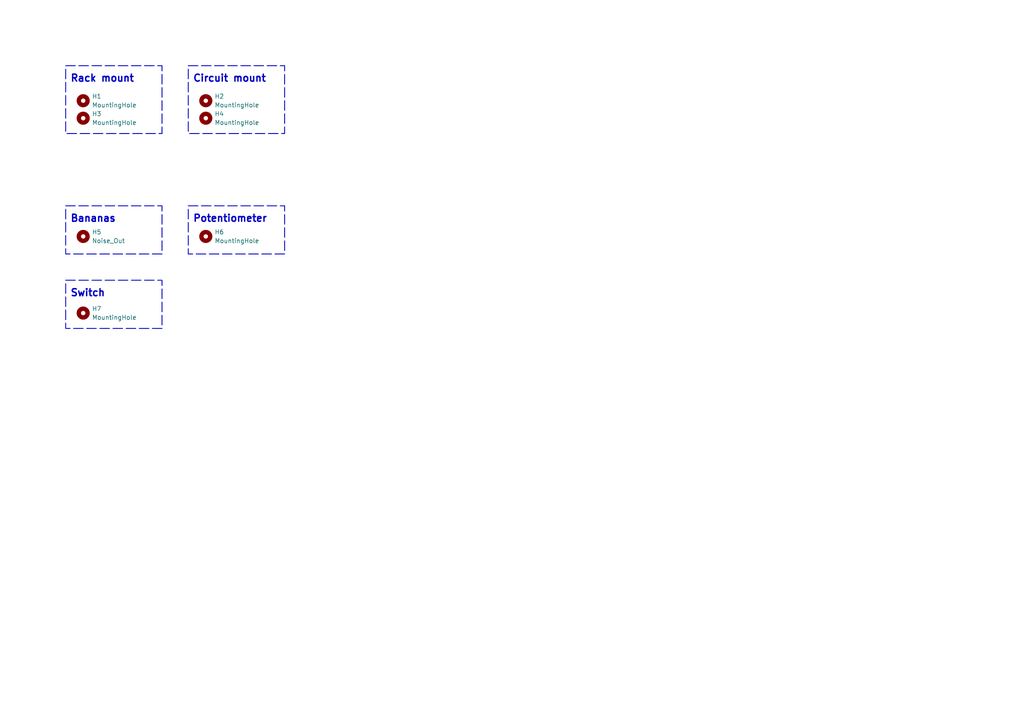
<source format=kicad_sch>
(kicad_sch (version 20231120) (generator "eeschema") (generator_version "8.0")
  (paper "A4")
  (title_block (title "Noise source and frequency filter FRONTPLATE") (date "11/12/2024") (rev "V1") (company "Alexander Saal"))
  (lib_symbols
    (symbol "Mechanical:MountingHole" (pin_names (offset 1.016)) (exclude_from_sim yes) (in_bom no)
      (property "Reference" "H" (at 0 5.08 0))
      (property "Value" "MountingHole" (at 0 3.175 0))
      (symbol "MountingHole_0_1"
        (circle (center 0 0) (radius 1.27) (stroke (width 1.27)))
      )
    )
  )
  (rectangle (start 19.05 19.05) (end 46.99 38.735) (stroke (width 0.254) (type dash)))
  (rectangle (start 54.61 19.05) (end 82.55 38.735) (stroke (width 0.254) (type dash)))
  (rectangle (start 19.05 81.28) (end 46.99 95.25) (stroke (width 0.254) (type dash)))
  (rectangle (start 19.05 59.69) (end 46.99 73.66) (stroke (width 0.254) (type dash)))
  (rectangle (start 54.61 59.69) (end 82.55 73.66) (stroke (width 0.254) (type dash)))
  (text "Rack mount" (at 20.32 22.86 0) (effects (font (size 2.032 2.032) (thickness 0.4064) (bold yes)) (justify left)))
  (text "Bananas" (at 20.32 63.5 0) (effects (font (size 2.032 2.032) (thickness 0.4064) (bold yes)) (justify left)))
  (text "Switch" (at 20.32 85.09 0) (effects (font (size 2.032 2.032) (thickness 0.4064) (bold yes)) (justify left)))
  (text "Circuit mount" (at 55.88 22.86 0) (effects (font (size 2.032 2.032) (thickness 0.4064) (bold yes)) (justify left)))
  (text "Potentiometer" (at 55.88 63.5 0) (effects (font (size 2.032 2.032) (thickness 0.4064) (bold yes)) (justify left)))
  (symbol (lib_id "Mechanical:MountingHole") (at 59.69 68.58 0) (unit 1) (exclude_from_sim yes) (in_bom no)
    (property "Reference" "H6" (at 62.23 67.3099 0) (effects (justify left)))
    (property "Value" "MountingHole" (at 62.23 69.8499 0) (effects (justify left)))
    (property "Footprint" "analog_computing:P09X-Series" (effects (hide yes)))
    (property "Description" "Mounting Hole without connection" (effects (hide yes)))
  )
  (symbol (lib_id "Mechanical:MountingHole") (at 24.13 90.805 0) (unit 1) (exclude_from_sim yes) (in_bom no)
    (property "Reference" "H7" (at 26.67 89.5349 0) (effects (justify left)))
    (property "Value" "MountingHole" (at 26.67 92.0749 0) (effects (justify left)))
    (property "Footprint" "analog_computing:71BD30" (effects (hide yes)))
    (property "Description" "Mounting Hole without connection" (effects (hide yes)))
  )
  (symbol (lib_id "Mechanical:MountingHole") (at 24.13 29.21 0) (unit 1) (exclude_from_sim yes) (in_bom no)
    (property "Reference" "H1" (at 26.67 27.9399 0) (effects (justify left)))
    (property "Value" "MountingHole" (at 26.67 30.4799 0) (effects (justify left)))
    (property "Footprint" "analog_computing:3.2x7mm_Mounting_Slot" (effects (hide yes)))
    (property "Description" "Mounting Hole without connection" (effects (hide yes)))
  )
  (symbol (lib_id "Mechanical:MountingHole") (at 24.13 34.29 0) (unit 1) (exclude_from_sim yes) (in_bom no)
    (property "Reference" "H3" (at 26.67 33.0199 0) (effects (justify left)))
    (property "Value" "MountingHole" (at 26.67 35.5599 0) (effects (justify left)))
    (property "Footprint" "analog_computing:3.2x7mm_Mounting_Slot" (effects (hide yes)))
    (property "Description" "Mounting Hole without connection" (effects (hide yes)))
  )
  (symbol (lib_id "Mechanical:MountingHole") (at 59.69 34.29 0) (unit 1) (exclude_from_sim yes) (in_bom no)
    (property "Reference" "H4" (at 62.23 33.0199 0) (effects (justify left)))
    (property "Value" "MountingHole" (at 62.23 35.5599 0) (effects (justify left)))
    (property "Footprint" "MountingHole:MountingHole_3.2mm_M3" (effects (hide yes)))
    (property "Description" "Mounting Hole without connection" (effects (hide yes)))
  )
  (symbol (lib_id "Mechanical:MountingHole") (at 24.13 68.58 0) (unit 1) (exclude_from_sim yes) (in_bom no)
    (property "Reference" "H5" (at 26.67 67.3099 0) (effects (justify left)))
    (property "Value" "Noise_Out" (at 26.67 69.8499 0) (effects (justify left)))
    (property "Footprint" "MountingHole:MountingHole_6mm" (effects (hide yes)))
    (property "Description" "Mounting Hole without connection" (effects (hide yes)))
  )
  (symbol (lib_id "Mechanical:MountingHole") (at 59.69 29.21 0) (unit 1) (exclude_from_sim yes) (in_bom no)
    (property "Reference" "H2" (at 62.23 27.9399 0) (effects (justify left)))
    (property "Value" "MountingHole" (at 62.23 30.4799 0) (effects (justify left)))
    (property "Footprint" "MountingHole:MountingHole_3.2mm_M3" (effects (hide yes)))
    (property "Description" "Mounting Hole without connection" (effects (hide yes)))
  )
)
</source>
